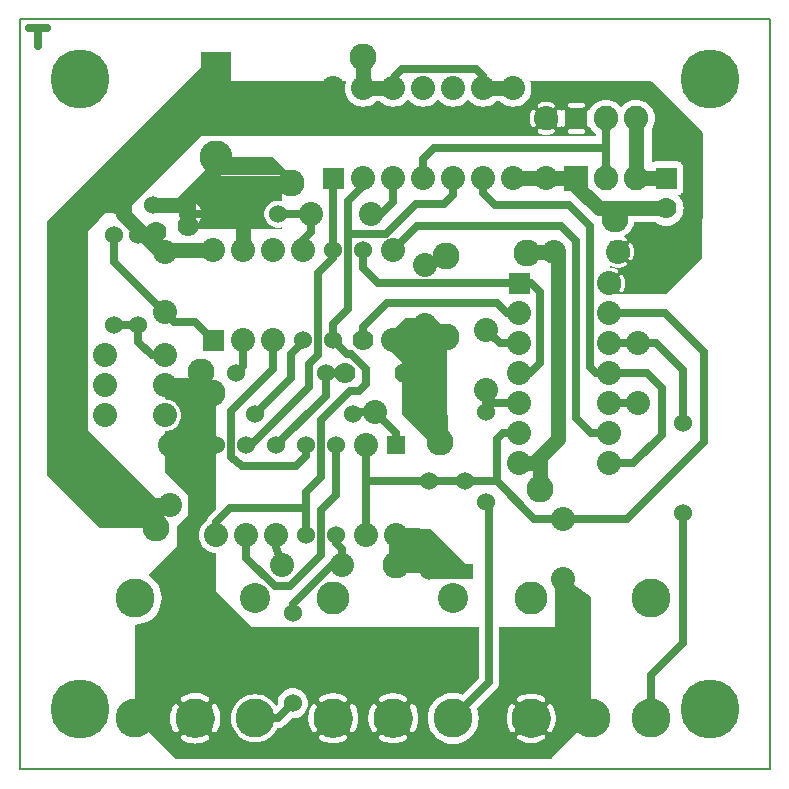
<source format=gbl>
G04 start of page 4 for group 5 idx 5 *
G04 Title: (unknown), bottom *
G04 Creator: pcb 4.0.2 *
G04 CreationDate: Mon Dec  4 09:33:05 2017 UTC *
G04 For: janik *
G04 Format: Gerber/RS-274X *
G04 PCB-Dimensions (mm): 63.50 63.50 *
G04 PCB-Coordinate-Origin: lower left *
%MOMM*%
%FSLAX43Y43*%
%LNGBL*%
%ADD70C,1.067*%
%ADD69C,0.965*%
%ADD68C,1.397*%
%ADD67C,0.508*%
%ADD66C,0.711*%
%ADD65C,0.889*%
%ADD64C,3.000*%
%ADD63C,2.286*%
%ADD62C,5.000*%
%ADD61C,2.540*%
%ADD60C,2.083*%
%ADD59C,2.794*%
%ADD58C,3.302*%
%ADD57C,1.778*%
%ADD56C,1.524*%
%ADD55C,2.032*%
%ADD54C,1.270*%
%ADD53C,0.635*%
%ADD52C,0.002*%
%ADD51C,0.152*%
G54D51*X0Y63500D02*Y0D01*
X63500D01*
Y63500D01*
X0D01*
G54D52*G36*
X31496Y20320D02*X34798D01*
X37719Y17399D01*
Y16637D01*
X31496D01*
Y20320D01*
G37*
G36*
X31623Y37211D02*X32639Y38227D01*
X35179D01*
X36195Y37211D01*
Y27559D01*
X34925D01*
X32385Y30099D01*
Y34417D01*
X30988Y35814D01*
Y36703D01*
X31496Y37211D01*
X31623D01*
G37*
G36*
X45034Y12065D02*X45339D01*
Y16764D01*
X48387Y14605D01*
Y4318D01*
X45034Y965D01*
Y3170D01*
X45034Y3170D01*
X45059Y3194D01*
X45078Y3222D01*
X45174Y3389D01*
X45251Y3565D01*
X45313Y3748D01*
X45357Y3935D01*
X45383Y4126D01*
X45392Y4318D01*
X45383Y4510D01*
X45357Y4701D01*
X45313Y4888D01*
X45251Y5071D01*
X45174Y5247D01*
X45080Y5415D01*
X45060Y5443D01*
X45036Y5467D01*
X45034Y5468D01*
Y12065D01*
G37*
G36*
X43308D02*X45034D01*
Y5468D01*
X45008Y5487D01*
X44977Y5502D01*
X44945Y5513D01*
X44911Y5518D01*
X44876Y5518D01*
X44843Y5512D01*
X44810Y5502D01*
X44780Y5486D01*
X44752Y5466D01*
X44728Y5441D01*
X44708Y5414D01*
X44692Y5383D01*
X44682Y5350D01*
X44677Y5317D01*
X44677Y5282D01*
X44682Y5248D01*
X44693Y5216D01*
X44709Y5186D01*
X44785Y5054D01*
X44847Y4914D01*
X44895Y4770D01*
X44930Y4621D01*
X44951Y4470D01*
X44958Y4318D01*
X44951Y4166D01*
X44930Y4015D01*
X44895Y3866D01*
X44847Y3722D01*
X44785Y3582D01*
X44711Y3449D01*
X44695Y3419D01*
X44684Y3387D01*
X44679Y3354D01*
X44679Y3320D01*
X44684Y3286D01*
X44694Y3254D01*
X44709Y3223D01*
X44729Y3196D01*
X44753Y3172D01*
X44781Y3152D01*
X44811Y3136D01*
X44843Y3125D01*
X44877Y3120D01*
X44911Y3120D01*
X44944Y3125D01*
X44977Y3135D01*
X45007Y3151D01*
X45034Y3170D01*
Y965D01*
X44958Y889D01*
X43308D01*
Y2233D01*
X43499Y2242D01*
X43690Y2268D01*
X43877Y2312D01*
X44060Y2374D01*
X44236Y2451D01*
X44404Y2545D01*
X44432Y2565D01*
X44456Y2589D01*
X44476Y2617D01*
X44491Y2648D01*
X44502Y2680D01*
X44507Y2714D01*
X44507Y2749D01*
X44501Y2782D01*
X44491Y2815D01*
X44475Y2845D01*
X44455Y2873D01*
X44430Y2897D01*
X44403Y2917D01*
X44372Y2933D01*
X44339Y2943D01*
X44306Y2948D01*
X44271Y2948D01*
X44237Y2943D01*
X44205Y2932D01*
X44175Y2916D01*
X44043Y2840D01*
X43903Y2778D01*
X43759Y2730D01*
X43610Y2695D01*
X43459Y2674D01*
X43308Y2667D01*
Y5969D01*
X43459Y5962D01*
X43610Y5941D01*
X43759Y5906D01*
X43903Y5858D01*
X44043Y5796D01*
X44176Y5722D01*
X44206Y5706D01*
X44238Y5695D01*
X44271Y5690D01*
X44305Y5690D01*
X44339Y5695D01*
X44371Y5705D01*
X44402Y5720D01*
X44429Y5740D01*
X44453Y5764D01*
X44473Y5792D01*
X44489Y5822D01*
X44500Y5854D01*
X44505Y5888D01*
X44505Y5922D01*
X44500Y5955D01*
X44490Y5988D01*
X44474Y6018D01*
X44455Y6045D01*
X44431Y6070D01*
X44403Y6089D01*
X44236Y6185D01*
X44060Y6262D01*
X43877Y6324D01*
X43690Y6368D01*
X43499Y6394D01*
X43308Y6403D01*
Y12065D01*
G37*
G36*
X41580D02*X43308D01*
Y6403D01*
X43307Y6403D01*
X43115Y6394D01*
X42924Y6368D01*
X42737Y6324D01*
X42554Y6262D01*
X42378Y6185D01*
X42210Y6091D01*
X42182Y6071D01*
X42158Y6047D01*
X42138Y6019D01*
X42123Y5988D01*
X42112Y5956D01*
X42107Y5922D01*
X42107Y5887D01*
X42113Y5854D01*
X42123Y5821D01*
X42139Y5791D01*
X42159Y5763D01*
X42184Y5739D01*
X42211Y5719D01*
X42242Y5703D01*
X42275Y5693D01*
X42308Y5688D01*
X42343Y5688D01*
X42377Y5693D01*
X42409Y5704D01*
X42439Y5720D01*
X42571Y5796D01*
X42711Y5858D01*
X42855Y5906D01*
X43004Y5941D01*
X43155Y5962D01*
X43307Y5969D01*
X43308Y5969D01*
Y2667D01*
X43307Y2667D01*
X43155Y2674D01*
X43004Y2695D01*
X42855Y2730D01*
X42711Y2778D01*
X42571Y2840D01*
X42438Y2914D01*
X42408Y2930D01*
X42376Y2941D01*
X42343Y2946D01*
X42309Y2946D01*
X42275Y2941D01*
X42243Y2931D01*
X42212Y2916D01*
X42185Y2896D01*
X42161Y2872D01*
X42141Y2844D01*
X42125Y2814D01*
X42114Y2782D01*
X42109Y2748D01*
X42109Y2714D01*
X42114Y2681D01*
X42124Y2648D01*
X42140Y2618D01*
X42159Y2591D01*
X42183Y2566D01*
X42211Y2547D01*
X42378Y2451D01*
X42554Y2374D01*
X42737Y2312D01*
X42924Y2268D01*
X43115Y2242D01*
X43307Y2233D01*
X43308Y2233D01*
Y889D01*
X41580D01*
Y3168D01*
X41606Y3149D01*
X41637Y3134D01*
X41669Y3123D01*
X41703Y3118D01*
X41738Y3118D01*
X41771Y3124D01*
X41804Y3134D01*
X41834Y3150D01*
X41862Y3170D01*
X41886Y3195D01*
X41906Y3222D01*
X41922Y3253D01*
X41932Y3286D01*
X41937Y3319D01*
X41937Y3354D01*
X41932Y3388D01*
X41921Y3420D01*
X41905Y3450D01*
X41829Y3582D01*
X41767Y3722D01*
X41719Y3866D01*
X41684Y4015D01*
X41663Y4166D01*
X41656Y4318D01*
X41663Y4470D01*
X41684Y4621D01*
X41719Y4770D01*
X41767Y4914D01*
X41829Y5054D01*
X41903Y5187D01*
X41919Y5217D01*
X41930Y5249D01*
X41935Y5282D01*
X41935Y5316D01*
X41930Y5350D01*
X41920Y5382D01*
X41905Y5413D01*
X41885Y5440D01*
X41861Y5464D01*
X41833Y5484D01*
X41803Y5500D01*
X41771Y5511D01*
X41737Y5516D01*
X41703Y5516D01*
X41670Y5511D01*
X41637Y5501D01*
X41607Y5485D01*
X41580Y5466D01*
Y12065D01*
G37*
G36*
X33368D02*X38926D01*
Y7708D01*
X37530Y6312D01*
X37372Y6378D01*
X37042Y6457D01*
X36703Y6484D01*
X36364Y6457D01*
X36034Y6378D01*
X35720Y6248D01*
X35430Y6070D01*
X35172Y5849D01*
X34951Y5591D01*
X34773Y5301D01*
X34643Y4987D01*
X34564Y4657D01*
X34537Y4318D01*
X34564Y3979D01*
X34643Y3649D01*
X34773Y3335D01*
X34951Y3045D01*
X35172Y2787D01*
X35430Y2566D01*
X35720Y2388D01*
X36034Y2258D01*
X36364Y2179D01*
X36703Y2152D01*
X37042Y2179D01*
X37372Y2258D01*
X37686Y2388D01*
X37976Y2566D01*
X38234Y2787D01*
X38455Y3045D01*
X38633Y3335D01*
X38763Y3649D01*
X38842Y3979D01*
X38862Y4318D01*
X38842Y4657D01*
X38763Y4987D01*
X38697Y5145D01*
X40312Y6759D01*
X40337Y6780D01*
X40421Y6879D01*
X40421Y6879D01*
X40489Y6990D01*
X40539Y7110D01*
X40569Y7236D01*
X40579Y7366D01*
X40576Y7398D01*
Y12065D01*
X41580D01*
Y5466D01*
X41580Y5466D01*
X41555Y5442D01*
X41536Y5414D01*
X41440Y5247D01*
X41363Y5071D01*
X41301Y4888D01*
X41257Y4701D01*
X41231Y4510D01*
X41222Y4318D01*
X41231Y4126D01*
X41257Y3935D01*
X41301Y3748D01*
X41363Y3565D01*
X41440Y3389D01*
X41534Y3221D01*
X41554Y3193D01*
X41578Y3169D01*
X41580Y3168D01*
Y889D01*
X33368D01*
Y3164D01*
X33383Y3175D01*
X33409Y3201D01*
X33429Y3230D01*
X33522Y3397D01*
X33597Y3572D01*
X33656Y3753D01*
X33699Y3939D01*
X33725Y4128D01*
X33733Y4318D01*
X33725Y4508D01*
X33699Y4697D01*
X33656Y4883D01*
X33597Y5064D01*
X33522Y5239D01*
X33431Y5407D01*
X33410Y5437D01*
X33384Y5462D01*
X33368Y5474D01*
Y12065D01*
G37*
G36*
X31624D02*X33368D01*
Y5474D01*
X33355Y5484D01*
X33323Y5501D01*
X33289Y5512D01*
X33253Y5518D01*
X33217Y5518D01*
X33181Y5513D01*
X33146Y5502D01*
X33114Y5486D01*
X33084Y5465D01*
X33059Y5439D01*
X33037Y5410D01*
X33020Y5378D01*
X33009Y5343D01*
X33003Y5308D01*
X33003Y5271D01*
X33008Y5236D01*
X33019Y5201D01*
X33036Y5169D01*
X33108Y5039D01*
X33167Y4902D01*
X33214Y4760D01*
X33247Y4615D01*
X33267Y4467D01*
X33274Y4318D01*
X33267Y4169D01*
X33247Y4021D01*
X33214Y3876D01*
X33167Y3734D01*
X33108Y3597D01*
X33037Y3466D01*
X33021Y3434D01*
X33010Y3400D01*
X33004Y3364D01*
X33005Y3328D01*
X33011Y3293D01*
X33022Y3259D01*
X33038Y3227D01*
X33060Y3198D01*
X33085Y3173D01*
X33115Y3152D01*
X33147Y3136D01*
X33181Y3125D01*
X33217Y3119D01*
X33253Y3120D01*
X33288Y3126D01*
X33322Y3137D01*
X33354Y3154D01*
X33368Y3164D01*
Y889D01*
X31624D01*
Y2208D01*
X31813Y2216D01*
X32002Y2242D01*
X32188Y2285D01*
X32369Y2344D01*
X32544Y2419D01*
X32712Y2510D01*
X32742Y2531D01*
X32767Y2557D01*
X32789Y2586D01*
X32806Y2618D01*
X32817Y2652D01*
X32823Y2688D01*
X32823Y2724D01*
X32818Y2760D01*
X32807Y2795D01*
X32791Y2827D01*
X32770Y2857D01*
X32744Y2882D01*
X32715Y2904D01*
X32683Y2921D01*
X32648Y2932D01*
X32613Y2938D01*
X32576Y2938D01*
X32541Y2933D01*
X32506Y2922D01*
X32474Y2905D01*
X32344Y2833D01*
X32207Y2774D01*
X32065Y2727D01*
X31920Y2694D01*
X31772Y2674D01*
X31624Y2667D01*
Y5969D01*
X31772Y5962D01*
X31920Y5942D01*
X32065Y5909D01*
X32207Y5862D01*
X32344Y5803D01*
X32475Y5732D01*
X32507Y5716D01*
X32541Y5705D01*
X32577Y5699D01*
X32613Y5700D01*
X32648Y5706D01*
X32682Y5717D01*
X32714Y5733D01*
X32743Y5755D01*
X32768Y5780D01*
X32789Y5810D01*
X32805Y5842D01*
X32816Y5876D01*
X32822Y5912D01*
X32821Y5948D01*
X32815Y5983D01*
X32804Y6017D01*
X32787Y6049D01*
X32766Y6078D01*
X32740Y6104D01*
X32711Y6124D01*
X32544Y6217D01*
X32369Y6292D01*
X32188Y6351D01*
X32002Y6394D01*
X31813Y6420D01*
X31624Y6428D01*
Y12065D01*
G37*
G36*
X29878D02*X31624D01*
Y6428D01*
X31623Y6428D01*
X31433Y6420D01*
X31244Y6394D01*
X31058Y6351D01*
X30877Y6292D01*
X30702Y6217D01*
X30534Y6126D01*
X30504Y6105D01*
X30479Y6079D01*
X30457Y6050D01*
X30440Y6018D01*
X30429Y5984D01*
X30423Y5948D01*
X30423Y5912D01*
X30428Y5876D01*
X30439Y5841D01*
X30455Y5809D01*
X30476Y5779D01*
X30502Y5754D01*
X30531Y5732D01*
X30563Y5715D01*
X30598Y5704D01*
X30633Y5698D01*
X30670Y5698D01*
X30705Y5703D01*
X30740Y5714D01*
X30772Y5731D01*
X30902Y5803D01*
X31039Y5862D01*
X31181Y5909D01*
X31326Y5942D01*
X31474Y5962D01*
X31623Y5969D01*
X31624Y5969D01*
Y2667D01*
X31623Y2667D01*
X31474Y2674D01*
X31326Y2694D01*
X31181Y2727D01*
X31039Y2774D01*
X30902Y2833D01*
X30771Y2904D01*
X30739Y2920D01*
X30705Y2931D01*
X30669Y2937D01*
X30633Y2936D01*
X30598Y2930D01*
X30564Y2919D01*
X30532Y2903D01*
X30503Y2881D01*
X30478Y2856D01*
X30457Y2826D01*
X30441Y2794D01*
X30430Y2760D01*
X30424Y2724D01*
X30425Y2688D01*
X30431Y2653D01*
X30442Y2619D01*
X30459Y2587D01*
X30480Y2558D01*
X30506Y2532D01*
X30535Y2512D01*
X30702Y2419D01*
X30877Y2344D01*
X31058Y2285D01*
X31244Y2242D01*
X31433Y2216D01*
X31623Y2208D01*
X31624Y2208D01*
Y889D01*
X29878D01*
Y3162D01*
X29891Y3152D01*
X29923Y3135D01*
X29957Y3124D01*
X29993Y3118D01*
X30029Y3118D01*
X30065Y3123D01*
X30100Y3134D01*
X30132Y3150D01*
X30162Y3171D01*
X30187Y3197D01*
X30209Y3226D01*
X30226Y3258D01*
X30237Y3293D01*
X30243Y3328D01*
X30243Y3365D01*
X30238Y3400D01*
X30227Y3435D01*
X30210Y3467D01*
X30138Y3597D01*
X30079Y3734D01*
X30032Y3876D01*
X29999Y4021D01*
X29979Y4169D01*
X29972Y4318D01*
X29979Y4467D01*
X29999Y4615D01*
X30032Y4760D01*
X30079Y4902D01*
X30138Y5039D01*
X30209Y5170D01*
X30225Y5202D01*
X30236Y5236D01*
X30242Y5272D01*
X30241Y5308D01*
X30235Y5343D01*
X30224Y5377D01*
X30208Y5409D01*
X30186Y5438D01*
X30161Y5463D01*
X30131Y5484D01*
X30099Y5500D01*
X30065Y5511D01*
X30029Y5517D01*
X29993Y5516D01*
X29958Y5510D01*
X29924Y5499D01*
X29892Y5482D01*
X29878Y5472D01*
Y12065D01*
G37*
G36*
X28288D02*X29878D01*
Y5472D01*
X29863Y5461D01*
X29837Y5435D01*
X29817Y5406D01*
X29724Y5239D01*
X29649Y5064D01*
X29590Y4883D01*
X29547Y4697D01*
X29521Y4508D01*
X29513Y4318D01*
X29521Y4128D01*
X29547Y3939D01*
X29590Y3753D01*
X29649Y3572D01*
X29724Y3397D01*
X29815Y3229D01*
X29836Y3199D01*
X29862Y3174D01*
X29878Y3162D01*
Y889D01*
X28288D01*
Y3164D01*
X28303Y3175D01*
X28329Y3201D01*
X28349Y3230D01*
X28442Y3397D01*
X28517Y3572D01*
X28576Y3753D01*
X28619Y3939D01*
X28645Y4128D01*
X28653Y4318D01*
X28645Y4508D01*
X28619Y4697D01*
X28576Y4883D01*
X28517Y5064D01*
X28442Y5239D01*
X28351Y5407D01*
X28330Y5437D01*
X28304Y5462D01*
X28288Y5474D01*
Y12065D01*
G37*
G36*
X26544D02*X28288D01*
Y5474D01*
X28275Y5484D01*
X28243Y5501D01*
X28209Y5512D01*
X28173Y5518D01*
X28137Y5518D01*
X28101Y5513D01*
X28066Y5502D01*
X28034Y5486D01*
X28004Y5465D01*
X27979Y5439D01*
X27957Y5410D01*
X27940Y5378D01*
X27929Y5343D01*
X27923Y5308D01*
X27923Y5271D01*
X27928Y5236D01*
X27939Y5201D01*
X27956Y5169D01*
X28028Y5039D01*
X28087Y4902D01*
X28134Y4760D01*
X28167Y4615D01*
X28187Y4467D01*
X28194Y4318D01*
X28187Y4169D01*
X28167Y4021D01*
X28134Y3876D01*
X28087Y3734D01*
X28028Y3597D01*
X27957Y3466D01*
X27941Y3434D01*
X27930Y3400D01*
X27924Y3364D01*
X27925Y3328D01*
X27931Y3293D01*
X27942Y3259D01*
X27958Y3227D01*
X27980Y3198D01*
X28005Y3173D01*
X28035Y3152D01*
X28067Y3136D01*
X28101Y3125D01*
X28137Y3119D01*
X28173Y3120D01*
X28208Y3126D01*
X28242Y3137D01*
X28274Y3154D01*
X28288Y3164D01*
Y889D01*
X26544D01*
Y2208D01*
X26733Y2216D01*
X26922Y2242D01*
X27108Y2285D01*
X27289Y2344D01*
X27464Y2419D01*
X27632Y2510D01*
X27662Y2531D01*
X27687Y2557D01*
X27709Y2586D01*
X27726Y2618D01*
X27737Y2652D01*
X27743Y2688D01*
X27743Y2724D01*
X27738Y2760D01*
X27727Y2795D01*
X27711Y2827D01*
X27690Y2857D01*
X27664Y2882D01*
X27635Y2904D01*
X27603Y2921D01*
X27568Y2932D01*
X27533Y2938D01*
X27496Y2938D01*
X27461Y2933D01*
X27426Y2922D01*
X27394Y2905D01*
X27264Y2833D01*
X27127Y2774D01*
X26985Y2727D01*
X26840Y2694D01*
X26692Y2674D01*
X26544Y2667D01*
Y5969D01*
X26692Y5962D01*
X26840Y5942D01*
X26985Y5909D01*
X27127Y5862D01*
X27264Y5803D01*
X27395Y5732D01*
X27427Y5716D01*
X27461Y5705D01*
X27497Y5699D01*
X27533Y5700D01*
X27568Y5706D01*
X27602Y5717D01*
X27634Y5733D01*
X27663Y5755D01*
X27688Y5780D01*
X27709Y5810D01*
X27725Y5842D01*
X27736Y5876D01*
X27742Y5912D01*
X27741Y5948D01*
X27735Y5983D01*
X27724Y6017D01*
X27707Y6049D01*
X27686Y6078D01*
X27660Y6104D01*
X27631Y6124D01*
X27464Y6217D01*
X27289Y6292D01*
X27108Y6351D01*
X26922Y6394D01*
X26733Y6420D01*
X26544Y6428D01*
Y12065D01*
G37*
G36*
X24798D02*X26544D01*
Y6428D01*
X26543Y6428D01*
X26353Y6420D01*
X26164Y6394D01*
X25978Y6351D01*
X25797Y6292D01*
X25622Y6217D01*
X25454Y6126D01*
X25424Y6105D01*
X25399Y6079D01*
X25377Y6050D01*
X25360Y6018D01*
X25349Y5984D01*
X25343Y5948D01*
X25343Y5912D01*
X25348Y5876D01*
X25359Y5841D01*
X25375Y5809D01*
X25396Y5779D01*
X25422Y5754D01*
X25451Y5732D01*
X25483Y5715D01*
X25518Y5704D01*
X25553Y5698D01*
X25590Y5698D01*
X25625Y5703D01*
X25660Y5714D01*
X25692Y5731D01*
X25822Y5803D01*
X25959Y5862D01*
X26101Y5909D01*
X26246Y5942D01*
X26394Y5962D01*
X26543Y5969D01*
X26544Y5969D01*
Y2667D01*
X26543Y2667D01*
X26394Y2674D01*
X26246Y2694D01*
X26101Y2727D01*
X25959Y2774D01*
X25822Y2833D01*
X25691Y2904D01*
X25659Y2920D01*
X25625Y2931D01*
X25589Y2937D01*
X25553Y2936D01*
X25518Y2930D01*
X25484Y2919D01*
X25452Y2903D01*
X25423Y2881D01*
X25398Y2856D01*
X25377Y2826D01*
X25361Y2794D01*
X25350Y2760D01*
X25344Y2724D01*
X25345Y2688D01*
X25351Y2653D01*
X25362Y2619D01*
X25379Y2587D01*
X25400Y2558D01*
X25426Y2532D01*
X25455Y2512D01*
X25622Y2419D01*
X25797Y2344D01*
X25978Y2285D01*
X26164Y2242D01*
X26353Y2216D01*
X26543Y2208D01*
X26544Y2208D01*
Y889D01*
X24798D01*
Y3162D01*
X24811Y3152D01*
X24843Y3135D01*
X24877Y3124D01*
X24913Y3118D01*
X24949Y3118D01*
X24985Y3123D01*
X25020Y3134D01*
X25052Y3150D01*
X25082Y3171D01*
X25107Y3197D01*
X25129Y3226D01*
X25146Y3258D01*
X25157Y3293D01*
X25163Y3328D01*
X25163Y3365D01*
X25158Y3400D01*
X25147Y3435D01*
X25130Y3467D01*
X25058Y3597D01*
X24999Y3734D01*
X24952Y3876D01*
X24919Y4021D01*
X24899Y4169D01*
X24892Y4318D01*
X24899Y4467D01*
X24919Y4615D01*
X24952Y4760D01*
X24999Y4902D01*
X25058Y5039D01*
X25129Y5170D01*
X25145Y5202D01*
X25156Y5236D01*
X25162Y5272D01*
X25161Y5308D01*
X25155Y5343D01*
X25144Y5377D01*
X25128Y5409D01*
X25106Y5438D01*
X25081Y5463D01*
X25051Y5484D01*
X25019Y5500D01*
X24985Y5511D01*
X24949Y5517D01*
X24913Y5516D01*
X24878Y5510D01*
X24844Y5499D01*
X24812Y5482D01*
X24798Y5472D01*
Y12065D01*
G37*
G36*
X21142D02*X23069D01*
X23114Y12061D01*
X23159Y12065D01*
X24798D01*
Y5472D01*
X24783Y5461D01*
X24757Y5435D01*
X24737Y5406D01*
X24644Y5239D01*
X24569Y5064D01*
X24510Y4883D01*
X24467Y4697D01*
X24441Y4508D01*
X24433Y4318D01*
X24441Y4128D01*
X24467Y3939D01*
X24510Y3753D01*
X24569Y3572D01*
X24644Y3397D01*
X24735Y3229D01*
X24756Y3199D01*
X24782Y3174D01*
X24798Y3162D01*
Y889D01*
X21142D01*
Y2674D01*
X21380Y2877D01*
X21588Y3120D01*
X21755Y3393D01*
X21797Y3494D01*
X21844Y3490D01*
X21974Y3500D01*
X22100Y3530D01*
X22220Y3580D01*
X22331Y3648D01*
X22428Y3734D01*
X23015Y4322D01*
X23114Y4314D01*
X23313Y4330D01*
X23508Y4376D01*
X23692Y4453D01*
X23863Y4557D01*
X24015Y4687D01*
X24145Y4839D01*
X24249Y5010D01*
X24326Y5194D01*
X24372Y5389D01*
X24384Y5588D01*
X24372Y5787D01*
X24326Y5982D01*
X24249Y6166D01*
X24145Y6337D01*
X24015Y6489D01*
X23863Y6619D01*
X23692Y6723D01*
X23508Y6800D01*
X23313Y6846D01*
X23114Y6862D01*
X22915Y6846D01*
X22720Y6800D01*
X22536Y6723D01*
X22365Y6619D01*
X22213Y6489D01*
X22083Y6337D01*
X21979Y6166D01*
X21902Y5982D01*
X21856Y5787D01*
X21840Y5588D01*
X21848Y5489D01*
X21697Y5338D01*
X21588Y5516D01*
X21380Y5759D01*
X21142Y5962D01*
Y12065D01*
G37*
G36*
X16621Y18335D02*X16637Y18334D01*
Y15113D01*
X19685Y12065D01*
X21142D01*
Y5962D01*
X21137Y5967D01*
X20864Y6134D01*
X20569Y6257D01*
X20258Y6331D01*
X19939Y6356D01*
X19620Y6331D01*
X19309Y6257D01*
X19014Y6134D01*
X18741Y5967D01*
X18498Y5759D01*
X18290Y5516D01*
X18123Y5243D01*
X18000Y4948D01*
X17926Y4637D01*
X17901Y4318D01*
X17926Y3999D01*
X18000Y3688D01*
X18123Y3393D01*
X18290Y3120D01*
X18498Y2877D01*
X18741Y2669D01*
X19014Y2502D01*
X19309Y2379D01*
X19620Y2305D01*
X19939Y2280D01*
X20258Y2305D01*
X20569Y2379D01*
X20864Y2502D01*
X21137Y2669D01*
X21142Y2674D01*
Y889D01*
X16621D01*
Y3157D01*
X16622Y3157D01*
X16652Y3180D01*
X16678Y3207D01*
X16699Y3239D01*
X16789Y3405D01*
X16863Y3579D01*
X16920Y3758D01*
X16961Y3942D01*
X16986Y4129D01*
X16995Y4318D01*
X16986Y4507D01*
X16961Y4694D01*
X16920Y4878D01*
X16863Y5057D01*
X16789Y5231D01*
X16701Y5398D01*
X16680Y5430D01*
X16653Y5457D01*
X16623Y5480D01*
X16621Y5481D01*
Y18335D01*
G37*
G36*
Y31893D02*X16637Y31877D01*
Y22087D01*
X16621Y22071D01*
Y31893D01*
G37*
G36*
X14860Y32512D02*X16002D01*
X16621Y31893D01*
Y22071D01*
X16071Y21521D01*
X15988Y21427D01*
X15922Y21319D01*
X15874Y21203D01*
X15844Y21081D01*
X15842Y21053D01*
X15768Y21008D01*
X15592Y20857D01*
X15441Y20681D01*
X15320Y20483D01*
X15232Y20269D01*
X15177Y20043D01*
X15159Y19812D01*
X15177Y19581D01*
X15232Y19355D01*
X15320Y19141D01*
X15441Y18943D01*
X15592Y18767D01*
X15768Y18616D01*
X15966Y18495D01*
X16180Y18407D01*
X16406Y18352D01*
X16621Y18335D01*
Y5481D01*
X16589Y5498D01*
X16553Y5511D01*
X16515Y5518D01*
X16477Y5518D01*
X16439Y5513D01*
X16402Y5502D01*
X16368Y5485D01*
X16337Y5464D01*
X16309Y5437D01*
X16286Y5407D01*
X16268Y5373D01*
X16256Y5337D01*
X16249Y5299D01*
X16248Y5261D01*
X16253Y5223D01*
X16264Y5186D01*
X16282Y5152D01*
X16351Y5024D01*
X16408Y4890D01*
X16452Y4751D01*
X16484Y4608D01*
X16504Y4464D01*
X16510Y4318D01*
X16504Y4172D01*
X16484Y4028D01*
X16452Y3885D01*
X16408Y3746D01*
X16351Y3612D01*
X16283Y3483D01*
X16266Y3449D01*
X16255Y3413D01*
X16250Y3375D01*
X16250Y3337D01*
X16257Y3300D01*
X16270Y3264D01*
X16287Y3230D01*
X16310Y3200D01*
X16338Y3174D01*
X16369Y3152D01*
X16403Y3135D01*
X16439Y3124D01*
X16477Y3119D01*
X16515Y3120D01*
X16552Y3127D01*
X16588Y3139D01*
X16621Y3157D01*
Y889D01*
X14860D01*
Y2182D01*
X15048Y2191D01*
X15235Y2216D01*
X15419Y2257D01*
X15598Y2314D01*
X15772Y2388D01*
X15939Y2476D01*
X15971Y2497D01*
X15998Y2524D01*
X16021Y2554D01*
X16039Y2588D01*
X16052Y2624D01*
X16059Y2662D01*
X16059Y2700D01*
X16054Y2738D01*
X16043Y2775D01*
X16026Y2809D01*
X16005Y2840D01*
X15978Y2868D01*
X15948Y2891D01*
X15914Y2909D01*
X15878Y2921D01*
X15840Y2928D01*
X15802Y2929D01*
X15764Y2924D01*
X15727Y2913D01*
X15693Y2895D01*
X15565Y2826D01*
X15431Y2769D01*
X15292Y2725D01*
X15149Y2693D01*
X15005Y2673D01*
X14860Y2667D01*
Y5969D01*
X15005Y5963D01*
X15149Y5943D01*
X15292Y5911D01*
X15431Y5867D01*
X15565Y5810D01*
X15694Y5742D01*
X15728Y5725D01*
X15764Y5714D01*
X15802Y5709D01*
X15840Y5709D01*
X15877Y5716D01*
X15913Y5729D01*
X15947Y5746D01*
X15977Y5769D01*
X16003Y5797D01*
X16025Y5828D01*
X16042Y5862D01*
X16053Y5898D01*
X16058Y5936D01*
X16057Y5974D01*
X16050Y6011D01*
X16038Y6047D01*
X16020Y6081D01*
X15997Y6111D01*
X15970Y6137D01*
X15938Y6158D01*
X15772Y6248D01*
X15598Y6322D01*
X15419Y6379D01*
X15235Y6420D01*
X15048Y6445D01*
X14860Y6454D01*
Y32512D01*
G37*
G36*
X13097Y18685D02*X14224Y19812D01*
Y23241D01*
X13097Y24368D01*
Y28870D01*
X13113Y28880D01*
X13274Y29017D01*
X13411Y29178D01*
X13522Y29359D01*
X13603Y29555D01*
X13653Y29761D01*
X13665Y29972D01*
X13653Y30183D01*
X13603Y30389D01*
X13522Y30585D01*
X13411Y30766D01*
X13274Y30927D01*
X13113Y31064D01*
X13097Y31074D01*
Y32512D01*
X14860D01*
Y6454D01*
X14859Y6454D01*
X14670Y6445D01*
X14483Y6420D01*
X14299Y6379D01*
X14120Y6322D01*
X13946Y6248D01*
X13779Y6160D01*
X13747Y6139D01*
X13720Y6112D01*
X13697Y6082D01*
X13679Y6048D01*
X13666Y6012D01*
X13659Y5974D01*
X13659Y5936D01*
X13664Y5898D01*
X13675Y5861D01*
X13692Y5827D01*
X13713Y5796D01*
X13740Y5768D01*
X13770Y5745D01*
X13804Y5727D01*
X13840Y5715D01*
X13878Y5708D01*
X13916Y5707D01*
X13954Y5712D01*
X13991Y5723D01*
X14025Y5741D01*
X14153Y5810D01*
X14287Y5867D01*
X14426Y5911D01*
X14569Y5943D01*
X14713Y5963D01*
X14859Y5969D01*
X14860Y5969D01*
Y2667D01*
X14859Y2667D01*
X14713Y2673D01*
X14569Y2693D01*
X14426Y2725D01*
X14287Y2769D01*
X14153Y2826D01*
X14024Y2894D01*
X13990Y2911D01*
X13954Y2922D01*
X13916Y2927D01*
X13878Y2927D01*
X13841Y2920D01*
X13805Y2907D01*
X13771Y2890D01*
X13741Y2867D01*
X13715Y2839D01*
X13693Y2808D01*
X13676Y2774D01*
X13665Y2738D01*
X13660Y2700D01*
X13661Y2662D01*
X13668Y2625D01*
X13680Y2589D01*
X13698Y2555D01*
X13721Y2525D01*
X13748Y2499D01*
X13780Y2478D01*
X13946Y2388D01*
X14120Y2314D01*
X14299Y2257D01*
X14483Y2216D01*
X14670Y2191D01*
X14859Y2182D01*
X14860Y2182D01*
Y889D01*
X13208D01*
X13097Y1000D01*
Y3155D01*
X13129Y3138D01*
X13165Y3125D01*
X13203Y3118D01*
X13241Y3118D01*
X13279Y3123D01*
X13316Y3134D01*
X13350Y3151D01*
X13381Y3172D01*
X13409Y3199D01*
X13432Y3229D01*
X13450Y3263D01*
X13462Y3299D01*
X13469Y3337D01*
X13470Y3375D01*
X13465Y3413D01*
X13454Y3450D01*
X13436Y3484D01*
X13367Y3612D01*
X13310Y3746D01*
X13266Y3885D01*
X13234Y4028D01*
X13214Y4172D01*
X13208Y4318D01*
X13214Y4464D01*
X13234Y4608D01*
X13266Y4751D01*
X13310Y4890D01*
X13367Y5024D01*
X13435Y5153D01*
X13452Y5187D01*
X13463Y5223D01*
X13468Y5261D01*
X13468Y5299D01*
X13461Y5336D01*
X13448Y5372D01*
X13431Y5406D01*
X13408Y5436D01*
X13380Y5462D01*
X13349Y5484D01*
X13315Y5501D01*
X13279Y5512D01*
X13241Y5517D01*
X13203Y5516D01*
X13166Y5509D01*
X13130Y5497D01*
X13097Y5479D01*
Y18685D01*
G37*
G36*
Y31074D02*X12932Y31175D01*
X12736Y31256D01*
X12530Y31306D01*
X12319Y31322D01*
Y32512D01*
X13097D01*
Y31074D01*
G37*
G36*
Y24368D02*X12319Y25146D01*
Y28622D01*
X12530Y28638D01*
X12736Y28688D01*
X12932Y28769D01*
X13097Y28870D01*
Y24368D01*
G37*
G36*
X9779Y4318D02*Y12236D01*
X10130Y12264D01*
X10472Y12346D01*
X10797Y12480D01*
X11097Y12664D01*
X11364Y12893D01*
X11593Y13160D01*
X11777Y13460D01*
X11911Y13785D01*
X11993Y14127D01*
X12014Y14478D01*
X11993Y14829D01*
X11911Y15171D01*
X11777Y15496D01*
X11593Y15796D01*
X11364Y16063D01*
X11097Y16292D01*
X10853Y16441D01*
X13097Y18685D01*
Y5479D01*
X13096Y5479D01*
X13066Y5456D01*
X13040Y5429D01*
X13019Y5397D01*
X12929Y5231D01*
X12855Y5057D01*
X12798Y4878D01*
X12757Y4694D01*
X12732Y4507D01*
X12723Y4318D01*
X12732Y4129D01*
X12757Y3942D01*
X12798Y3758D01*
X12855Y3579D01*
X12929Y3405D01*
X13017Y3238D01*
X13038Y3206D01*
X13065Y3179D01*
X13095Y3156D01*
X13097Y3155D01*
Y1000D01*
X9779Y4318D01*
G37*
G36*
X12319Y32512D02*Y33147D01*
X15875D01*
Y32512D01*
X12319D01*
G37*
G36*
X14224Y21717D02*Y19812D01*
X13335Y18923D01*
Y20574D01*
X14224Y21463D01*
Y21717D01*
G37*
G36*
X14605Y49276D02*X22225D01*
Y48069D01*
X22198Y48080D01*
X22023Y48122D01*
X21844Y48137D01*
X21665Y48122D01*
X21490Y48080D01*
X21323Y48012D01*
X21170Y47918D01*
X21033Y47801D01*
X20916Y47664D01*
X20822Y47511D01*
X20754Y47344D01*
X20712Y47169D01*
X20697Y46990D01*
X20712Y46811D01*
X20754Y46636D01*
X20822Y46469D01*
X20916Y46316D01*
X21033Y46179D01*
X21170Y46062D01*
X21323Y45968D01*
X21490Y45900D01*
X21665Y45858D01*
X21844Y45843D01*
X22023Y45858D01*
X22198Y45900D01*
X22225Y45911D01*
Y45720D01*
X14605D01*
Y45911D01*
X14745Y45968D01*
X14898Y46062D01*
X15035Y46179D01*
X15152Y46316D01*
X15246Y46469D01*
X15314Y46636D01*
X15356Y46811D01*
X15367Y46990D01*
X15356Y47169D01*
X15314Y47344D01*
X15246Y47511D01*
X15152Y47664D01*
X15035Y47801D01*
X14898Y47918D01*
X14745Y48012D01*
X14605Y48069D01*
Y49276D01*
G37*
G36*
X16637Y51816D02*X21463D01*
X22987Y50292D01*
X16637D01*
Y51816D01*
G37*
G36*
X15367Y59436D02*Y53594D01*
X9398Y47625D01*
X9384D01*
X9287Y47711D01*
X9168Y47785D01*
X9039Y47838D01*
X8902Y47871D01*
X8763Y47882D01*
X8624Y47871D01*
X8487Y47838D01*
X8358Y47785D01*
X8239Y47711D01*
X8138Y47625D01*
X7493D01*
X5334Y45466D01*
Y28956D01*
X11408Y22882D01*
X11367Y22785D01*
X11316Y22571D01*
X11299Y22352D01*
X11316Y22133D01*
X11367Y21919D01*
X11451Y21716D01*
X11557Y21544D01*
Y20447D01*
X6731D01*
X2286Y24892D01*
Y46355D01*
X15367Y59436D01*
G37*
G36*
X16764Y56769D02*X14986D01*
Y58420D01*
X16764D01*
Y56769D01*
G37*
G36*
X53518Y51380D02*Y54259D01*
X53604Y54401D01*
X53699Y54630D01*
X53757Y54871D01*
X53772Y55118D01*
X53757Y55365D01*
X53699Y55606D01*
X53604Y55835D01*
X53475Y56046D01*
X53314Y56235D01*
X53125Y56396D01*
X52914Y56525D01*
X52685Y56620D01*
X52444Y56678D01*
X52197Y56698D01*
X51950Y56678D01*
X51779Y56637D01*
Y58293D01*
X53086D01*
X57785Y53594D01*
Y43307D01*
X54737Y40259D01*
X51779D01*
Y43094D01*
X51799Y43105D01*
X51819Y43122D01*
X51837Y43141D01*
X51851Y43163D01*
X51907Y43273D01*
X51951Y43389D01*
X51985Y43508D01*
X52008Y43630D01*
X52019Y43753D01*
Y43877D01*
X52008Y44000D01*
X51985Y44122D01*
X51951Y44241D01*
X51907Y44357D01*
X51852Y44468D01*
X51838Y44490D01*
X51820Y44509D01*
X51799Y44525D01*
X51779Y44537D01*
Y45718D01*
X51872Y45869D01*
X51970Y46105D01*
X52030Y46354D01*
X52030Y46355D01*
X53807D01*
X53868Y46302D01*
X54066Y46181D01*
X54280Y46093D01*
X54506Y46038D01*
X54737Y46020D01*
X54968Y46038D01*
X55194Y46093D01*
X55408Y46181D01*
X55606Y46302D01*
X55782Y46453D01*
X55933Y46629D01*
X56054Y46827D01*
X56142Y47041D01*
X56197Y47267D01*
X56210Y47498D01*
X56197Y47729D01*
X56142Y47955D01*
X56054Y48169D01*
X55933Y48367D01*
X55782Y48543D01*
X55719Y48597D01*
X55799Y48616D01*
X55880Y48650D01*
X55955Y48696D01*
X56022Y48753D01*
X56079Y48820D01*
X56125Y48895D01*
X56159Y48976D01*
X56180Y49061D01*
X56185Y49149D01*
X56180Y51015D01*
X56159Y51100D01*
X56125Y51181D01*
X56079Y51256D01*
X56022Y51323D01*
X55955Y51380D01*
X55880Y51426D01*
X55799Y51460D01*
X55714Y51481D01*
X55626Y51486D01*
X53760Y51481D01*
X53675Y51460D01*
X53594Y51426D01*
X53519Y51380D01*
X53518Y51380D01*
G37*
G36*
X51779Y40259D02*X51017D01*
Y40427D01*
X51037Y40438D01*
X51057Y40455D01*
X51075Y40474D01*
X51089Y40496D01*
X51145Y40606D01*
X51189Y40722D01*
X51223Y40841D01*
X51246Y40963D01*
X51257Y41086D01*
Y41210D01*
X51246Y41333D01*
X51223Y41455D01*
X51189Y41574D01*
X51145Y41690D01*
X51090Y41801D01*
X51076Y41823D01*
X51058Y41842D01*
X51037Y41858D01*
X51017Y41870D01*
Y42513D01*
X51099Y42537D01*
X51215Y42581D01*
X51326Y42636D01*
X51348Y42650D01*
X51367Y42668D01*
X51383Y42689D01*
X51396Y42711D01*
X51405Y42736D01*
X51411Y42761D01*
X51412Y42788D01*
X51409Y42814D01*
X51402Y42839D01*
X51391Y42863D01*
X51377Y42884D01*
X51359Y42904D01*
X51339Y42920D01*
X51316Y42933D01*
X51291Y42942D01*
X51266Y42947D01*
X51240Y42948D01*
X51214Y42945D01*
X51188Y42938D01*
X51165Y42927D01*
X51082Y42885D01*
X51017Y42860D01*
Y44770D01*
X51082Y44745D01*
X51165Y44704D01*
X51189Y44693D01*
X51214Y44686D01*
X51240Y44683D01*
X51266Y44684D01*
X51291Y44689D01*
X51315Y44698D01*
X51338Y44711D01*
X51358Y44727D01*
X51376Y44746D01*
X51390Y44768D01*
X51401Y44792D01*
X51408Y44817D01*
X51411Y44842D01*
X51410Y44868D01*
X51404Y44894D01*
X51395Y44918D01*
X51383Y44941D01*
X51366Y44961D01*
X51347Y44979D01*
X51325Y44993D01*
X51215Y45049D01*
X51099Y45093D01*
X51045Y45109D01*
X51159Y45156D01*
X51377Y45290D01*
X51572Y45456D01*
X51738Y45651D01*
X51779Y45718D01*
Y44537D01*
X51777Y44538D01*
X51752Y44547D01*
X51727Y44553D01*
X51700Y44554D01*
X51674Y44551D01*
X51649Y44544D01*
X51625Y44533D01*
X51604Y44519D01*
X51584Y44501D01*
X51568Y44481D01*
X51555Y44458D01*
X51546Y44433D01*
X51541Y44408D01*
X51540Y44382D01*
X51543Y44356D01*
X51550Y44330D01*
X51561Y44307D01*
X51603Y44224D01*
X51637Y44136D01*
X51662Y44047D01*
X51679Y43955D01*
X51688Y43862D01*
Y43768D01*
X51679Y43675D01*
X51662Y43583D01*
X51637Y43494D01*
X51603Y43406D01*
X51562Y43323D01*
X51551Y43299D01*
X51544Y43274D01*
X51541Y43248D01*
X51542Y43222D01*
X51547Y43197D01*
X51556Y43173D01*
X51569Y43150D01*
X51585Y43130D01*
X51604Y43112D01*
X51626Y43098D01*
X51650Y43087D01*
X51675Y43080D01*
X51700Y43077D01*
X51726Y43078D01*
X51752Y43084D01*
X51776Y43093D01*
X51779Y43094D01*
Y40259D01*
G37*
G36*
X51017Y42860D02*X50994Y42851D01*
X50905Y42826D01*
X50813Y42809D01*
X50720Y42800D01*
X50626D01*
X50533Y42809D01*
X50441Y42826D01*
X50352Y42851D01*
X50264Y42885D01*
X50181Y42926D01*
X50157Y42937D01*
X50132Y42944D01*
X50106Y42947D01*
X50080Y42946D01*
X50055Y42941D01*
X50031Y42932D01*
X50013Y42922D01*
X49996Y44720D01*
X50007Y44710D01*
X50030Y44697D01*
X50055Y44688D01*
X50080Y44683D01*
X50106Y44682D01*
X50132Y44685D01*
X50158Y44692D01*
X50181Y44703D01*
X50264Y44745D01*
X50352Y44779D01*
X50441Y44804D01*
X50533Y44821D01*
X50626Y44830D01*
X50720D01*
X50813Y44821D01*
X50905Y44804D01*
X50994Y44779D01*
X51017Y44770D01*
Y42860D01*
G37*
G36*
Y40259D02*X50566D01*
X50554Y40266D01*
X50529Y40275D01*
X50504Y40280D01*
X50478Y40281D01*
X50452Y40278D01*
X50426Y40271D01*
X50403Y40260D01*
X50400Y40259D01*
X50038D01*
X50020Y42157D01*
X50051Y42154D01*
X50143Y42137D01*
X50232Y42112D01*
X50320Y42078D01*
X50403Y42037D01*
X50427Y42026D01*
X50452Y42019D01*
X50478Y42016D01*
X50504Y42017D01*
X50529Y42022D01*
X50553Y42031D01*
X50576Y42044D01*
X50596Y42060D01*
X50614Y42079D01*
X50628Y42101D01*
X50639Y42125D01*
X50646Y42150D01*
X50649Y42175D01*
X50648Y42201D01*
X50642Y42227D01*
X50633Y42251D01*
X50621Y42274D01*
X50604Y42294D01*
X50585Y42312D01*
X50563Y42326D01*
X50453Y42382D01*
X50337Y42426D01*
X50218Y42460D01*
X50096Y42483D01*
X50017Y42490D01*
X50015Y42641D01*
X50021Y42637D01*
X50131Y42581D01*
X50247Y42537D01*
X50366Y42503D01*
X50488Y42480D01*
X50611Y42469D01*
X50735D01*
X50858Y42480D01*
X50980Y42503D01*
X51017Y42513D01*
Y41870D01*
X51015Y41871D01*
X50990Y41880D01*
X50965Y41886D01*
X50938Y41887D01*
X50912Y41884D01*
X50887Y41877D01*
X50863Y41866D01*
X50842Y41852D01*
X50822Y41834D01*
X50806Y41814D01*
X50793Y41791D01*
X50784Y41766D01*
X50779Y41741D01*
X50778Y41715D01*
X50781Y41689D01*
X50788Y41663D01*
X50799Y41640D01*
X50841Y41557D01*
X50875Y41469D01*
X50900Y41380D01*
X50917Y41288D01*
X50926Y41195D01*
Y41101D01*
X50917Y41008D01*
X50900Y40916D01*
X50875Y40827D01*
X50841Y40739D01*
X50800Y40656D01*
X50789Y40632D01*
X50782Y40607D01*
X50779Y40581D01*
X50780Y40555D01*
X50785Y40530D01*
X50794Y40506D01*
X50807Y40483D01*
X50823Y40463D01*
X50842Y40445D01*
X50864Y40431D01*
X50888Y40420D01*
X50913Y40413D01*
X50938Y40410D01*
X50964Y40411D01*
X50990Y40417D01*
X51014Y40426D01*
X51017Y40427D01*
Y40259D01*
G37*
G36*
X51779Y56637D02*X51709Y56620D01*
X51480Y56525D01*
X51269Y56396D01*
X51080Y56235D01*
X50927Y56056D01*
X50774Y56235D01*
X50585Y56396D01*
X50374Y56525D01*
X50145Y56620D01*
X49904Y56678D01*
X49657Y56698D01*
X49410Y56678D01*
X49169Y56620D01*
X48940Y56525D01*
X48729Y56396D01*
X48540Y56235D01*
X48379Y56046D01*
X48252Y55840D01*
X48252Y55840D01*
X48222Y55842D01*
X48192Y55840D01*
X48163Y55833D01*
X48135Y55822D01*
X48110Y55806D01*
X48087Y55787D01*
X48067Y55764D01*
X48052Y55738D01*
X48040Y55710D01*
X48033Y55681D01*
X48031Y55651D01*
Y54585D01*
X48033Y54555D01*
X48040Y54526D01*
X48052Y54498D01*
X48067Y54472D01*
X48087Y54449D01*
X48110Y54430D01*
X48135Y54414D01*
X48163Y54403D01*
X48192Y54396D01*
X48222Y54394D01*
X48252Y54396D01*
X48252Y54396D01*
X48379Y54190D01*
X48540Y54001D01*
X48729Y53840D01*
X48832Y53777D01*
Y53594D01*
X47117D01*
Y53823D01*
X47650D01*
X47680Y53824D01*
X47709Y53831D01*
X47737Y53843D01*
X47763Y53859D01*
X47786Y53878D01*
X47805Y53901D01*
X47821Y53926D01*
X47832Y53954D01*
X47839Y53983D01*
X47841Y54013D01*
X47839Y54043D01*
X47832Y54072D01*
X47821Y54100D01*
X47805Y54125D01*
X47786Y54148D01*
X47763Y54168D01*
X47737Y54183D01*
X47709Y54195D01*
X47680Y54202D01*
X47650Y54204D01*
X47117D01*
Y56032D01*
X47650D01*
X47680Y56034D01*
X47709Y56041D01*
X47737Y56053D01*
X47763Y56068D01*
X47786Y56088D01*
X47805Y56111D01*
X47821Y56136D01*
X47832Y56164D01*
X47839Y56193D01*
X47841Y56223D01*
X47839Y56253D01*
X47832Y56282D01*
X47821Y56310D01*
X47805Y56335D01*
X47786Y56358D01*
X47763Y56377D01*
X47737Y56393D01*
X47709Y56405D01*
X47680Y56412D01*
X47650Y56413D01*
X47117D01*
Y58293D01*
X51779D01*
Y56637D01*
G37*
G36*
X47117Y53594D02*X45832D01*
Y54505D01*
X45835Y54513D01*
X45842Y54498D01*
X45858Y54472D01*
X45877Y54449D01*
X45900Y54430D01*
X45925Y54414D01*
X45953Y54403D01*
X45982Y54396D01*
X46012Y54394D01*
X46042Y54396D01*
X46071Y54403D01*
X46099Y54414D01*
X46124Y54430D01*
X46147Y54449D01*
X46167Y54472D01*
X46182Y54498D01*
X46194Y54526D01*
X46201Y54555D01*
X46203Y54585D01*
Y55651D01*
X46201Y55681D01*
X46194Y55710D01*
X46182Y55738D01*
X46167Y55764D01*
X46147Y55787D01*
X46124Y55806D01*
X46099Y55822D01*
X46071Y55833D01*
X46042Y55840D01*
X46012Y55842D01*
X45982Y55840D01*
X45953Y55833D01*
X45925Y55822D01*
X45900Y55806D01*
X45877Y55787D01*
X45858Y55764D01*
X45842Y55738D01*
X45836Y55724D01*
X45832Y55734D01*
Y58293D01*
X47117D01*
Y56413D01*
X46584D01*
X46554Y56412D01*
X46525Y56405D01*
X46497Y56393D01*
X46471Y56377D01*
X46448Y56358D01*
X46429Y56335D01*
X46413Y56310D01*
X46402Y56282D01*
X46395Y56253D01*
X46393Y56223D01*
X46395Y56193D01*
X46402Y56164D01*
X46413Y56136D01*
X46429Y56111D01*
X46448Y56088D01*
X46471Y56068D01*
X46497Y56053D01*
X46525Y56041D01*
X46554Y56034D01*
X46584Y56032D01*
X47117D01*
Y54204D01*
X46584D01*
X46554Y54202D01*
X46525Y54195D01*
X46497Y54183D01*
X46471Y54168D01*
X46448Y54148D01*
X46429Y54125D01*
X46413Y54100D01*
X46402Y54072D01*
X46395Y54043D01*
X46393Y54013D01*
X46395Y53983D01*
X46402Y53954D01*
X46413Y53926D01*
X46429Y53901D01*
X46448Y53878D01*
X46471Y53859D01*
X46497Y53843D01*
X46525Y53831D01*
X46554Y53824D01*
X46584Y53823D01*
X47117D01*
Y53594D01*
G37*
G36*
X45832D02*X44578D01*
Y53719D01*
X44708Y53726D01*
X44838Y53744D01*
X44966Y53775D01*
X45090Y53817D01*
X45210Y53871D01*
X45236Y53886D01*
X45259Y53906D01*
X45278Y53929D01*
X45294Y53955D01*
X45306Y53982D01*
X45313Y54012D01*
X45315Y54042D01*
X45313Y54072D01*
X45306Y54101D01*
X45294Y54129D01*
X45279Y54155D01*
X45259Y54178D01*
X45236Y54197D01*
X45211Y54213D01*
X45183Y54225D01*
X45153Y54232D01*
X45123Y54234D01*
X45093Y54232D01*
X45064Y54225D01*
X45036Y54213D01*
X44950Y54173D01*
X44860Y54142D01*
X44767Y54120D01*
X44672Y54106D01*
X44578Y54102D01*
Y56134D01*
X44672Y56130D01*
X44767Y56116D01*
X44860Y56094D01*
X44950Y56063D01*
X45037Y56024D01*
X45064Y56012D01*
X45093Y56005D01*
X45123Y56003D01*
X45153Y56005D01*
X45182Y56012D01*
X45210Y56024D01*
X45236Y56039D01*
X45258Y56059D01*
X45278Y56082D01*
X45293Y56107D01*
X45305Y56135D01*
X45312Y56164D01*
X45314Y56194D01*
X45312Y56224D01*
X45305Y56253D01*
X45293Y56281D01*
X45277Y56306D01*
X45258Y56329D01*
X45235Y56349D01*
X45209Y56364D01*
X45090Y56419D01*
X44966Y56461D01*
X44838Y56492D01*
X44708Y56510D01*
X44578Y56517D01*
Y58293D01*
X45832D01*
Y55734D01*
X45824Y55751D01*
X45809Y55777D01*
X45789Y55800D01*
X45766Y55819D01*
X45740Y55835D01*
X45713Y55847D01*
X45683Y55854D01*
X45653Y55856D01*
X45623Y55854D01*
X45594Y55847D01*
X45566Y55835D01*
X45540Y55820D01*
X45517Y55800D01*
X45498Y55777D01*
X45482Y55752D01*
X45470Y55724D01*
X45463Y55694D01*
X45461Y55664D01*
X45463Y55634D01*
X45470Y55605D01*
X45482Y55577D01*
X45522Y55491D01*
X45553Y55401D01*
X45575Y55308D01*
X45589Y55213D01*
X45593Y55118D01*
X45589Y55023D01*
X45575Y54928D01*
X45553Y54836D01*
X45522Y54745D01*
X45483Y54658D01*
X45471Y54631D01*
X45464Y54602D01*
X45462Y54572D01*
X45464Y54542D01*
X45471Y54513D01*
X45483Y54485D01*
X45498Y54459D01*
X45518Y54437D01*
X45541Y54417D01*
X45566Y54402D01*
X45594Y54390D01*
X45623Y54383D01*
X45653Y54381D01*
X45683Y54383D01*
X45712Y54390D01*
X45740Y54402D01*
X45765Y54418D01*
X45788Y54437D01*
X45808Y54460D01*
X45823Y54486D01*
X45832Y54505D01*
Y53594D01*
G37*
G36*
X44578D02*X43436D01*
Y54392D01*
X43441Y54389D01*
X43471Y54382D01*
X43501Y54380D01*
X43531Y54382D01*
X43560Y54389D01*
X43588Y54401D01*
X43614Y54416D01*
X43637Y54436D01*
X43656Y54459D01*
X43672Y54484D01*
X43684Y54512D01*
X43691Y54542D01*
X43693Y54572D01*
X43691Y54602D01*
X43684Y54631D01*
X43672Y54659D01*
X43632Y54745D01*
X43601Y54836D01*
X43579Y54928D01*
X43565Y55023D01*
X43561Y55118D01*
X43565Y55213D01*
X43579Y55308D01*
X43601Y55401D01*
X43632Y55491D01*
X43671Y55578D01*
X43683Y55605D01*
X43690Y55634D01*
X43692Y55664D01*
X43690Y55694D01*
X43683Y55723D01*
X43671Y55751D01*
X43656Y55777D01*
X43636Y55799D01*
X43613Y55819D01*
X43588Y55834D01*
X43560Y55846D01*
X43531Y55853D01*
X43501Y55855D01*
X43471Y55853D01*
X43442Y55846D01*
X43436Y55843D01*
Y58293D01*
X44578D01*
Y56517D01*
X44577Y56517D01*
X44446Y56510D01*
X44316Y56492D01*
X44188Y56461D01*
X44064Y56419D01*
X43944Y56365D01*
X43918Y56350D01*
X43895Y56330D01*
X43876Y56307D01*
X43860Y56281D01*
X43848Y56254D01*
X43841Y56224D01*
X43839Y56194D01*
X43841Y56164D01*
X43848Y56135D01*
X43860Y56107D01*
X43875Y56081D01*
X43895Y56058D01*
X43918Y56039D01*
X43943Y56023D01*
X43971Y56011D01*
X44001Y56004D01*
X44031Y56002D01*
X44061Y56004D01*
X44090Y56011D01*
X44118Y56023D01*
X44204Y56063D01*
X44294Y56094D01*
X44387Y56116D01*
X44482Y56130D01*
X44577Y56134D01*
X44578Y56134D01*
Y54102D01*
X44577Y54102D01*
X44482Y54106D01*
X44387Y54120D01*
X44294Y54142D01*
X44204Y54173D01*
X44117Y54212D01*
X44090Y54224D01*
X44061Y54231D01*
X44031Y54233D01*
X44001Y54231D01*
X43972Y54224D01*
X43944Y54212D01*
X43918Y54197D01*
X43896Y54177D01*
X43876Y54154D01*
X43861Y54129D01*
X43849Y54101D01*
X43842Y54072D01*
X43840Y54042D01*
X43842Y54012D01*
X43849Y53983D01*
X43861Y53955D01*
X43877Y53930D01*
X43896Y53907D01*
X43919Y53887D01*
X43945Y53872D01*
X44064Y53817D01*
X44188Y53775D01*
X44316Y53744D01*
X44446Y53726D01*
X44577Y53719D01*
X44578Y53719D01*
Y53594D01*
G37*
G36*
X43436D02*X12827D01*
Y54356D01*
X15621Y57150D01*
X16383D01*
X17526Y58293D01*
X27669D01*
X27605Y58138D01*
X27548Y57901D01*
X27529Y57658D01*
X27548Y57415D01*
X27605Y57178D01*
X27698Y56952D01*
X27826Y56744D01*
X27984Y56559D01*
X28169Y56401D01*
X28377Y56273D01*
X28603Y56180D01*
X28840Y56123D01*
X29083Y56104D01*
X29326Y56123D01*
X29563Y56180D01*
X29789Y56273D01*
X29997Y56401D01*
X30182Y56559D01*
X30209Y56591D01*
X30497D01*
X30524Y56559D01*
X30709Y56401D01*
X30917Y56273D01*
X31143Y56180D01*
X31380Y56123D01*
X31623Y56104D01*
X31866Y56123D01*
X32103Y56180D01*
X32329Y56273D01*
X32537Y56401D01*
X32722Y56559D01*
X32880Y56744D01*
X32893Y56765D01*
X32906Y56744D01*
X33064Y56559D01*
X33249Y56401D01*
X33457Y56273D01*
X33683Y56180D01*
X33920Y56123D01*
X34163Y56104D01*
X34406Y56123D01*
X34643Y56180D01*
X34869Y56273D01*
X35077Y56401D01*
X35262Y56559D01*
X35420Y56744D01*
X35433Y56765D01*
X35446Y56744D01*
X35604Y56559D01*
X35789Y56401D01*
X35997Y56273D01*
X36223Y56180D01*
X36460Y56123D01*
X36703Y56104D01*
X36946Y56123D01*
X37183Y56180D01*
X37409Y56273D01*
X37617Y56401D01*
X37802Y56559D01*
X37960Y56744D01*
X37973Y56765D01*
X37986Y56744D01*
X38144Y56559D01*
X38329Y56401D01*
X38537Y56273D01*
X38763Y56180D01*
X39000Y56123D01*
X39243Y56104D01*
X39486Y56123D01*
X39723Y56180D01*
X39949Y56273D01*
X40157Y56401D01*
X40342Y56559D01*
X40348Y56566D01*
X40678D01*
X40684Y56559D01*
X40869Y56401D01*
X41077Y56273D01*
X41303Y56180D01*
X41540Y56123D01*
X41783Y56104D01*
X42026Y56123D01*
X42263Y56180D01*
X42489Y56273D01*
X42697Y56401D01*
X42882Y56559D01*
X43040Y56744D01*
X43168Y56952D01*
X43261Y57178D01*
X43318Y57415D01*
X43332Y57658D01*
X43318Y57901D01*
X43261Y58138D01*
X43197Y58293D01*
X43436D01*
Y55843D01*
X43414Y55834D01*
X43389Y55818D01*
X43366Y55799D01*
X43346Y55776D01*
X43331Y55750D01*
X43276Y55631D01*
X43234Y55507D01*
X43203Y55379D01*
X43185Y55249D01*
X43178Y55118D01*
X43185Y54987D01*
X43203Y54857D01*
X43234Y54729D01*
X43276Y54605D01*
X43330Y54485D01*
X43345Y54459D01*
X43365Y54436D01*
X43388Y54417D01*
X43414Y54401D01*
X43436Y54392D01*
Y53594D01*
G37*
G54D53*X19558Y27432D02*X24511Y32385D01*
X24257Y27432D02*Y26543D01*
X20193Y30226D02*X20320D01*
X25908Y31623D02*X21717Y27432D01*
X22987Y33147D02*X19939Y30099D01*
G54D54*X11176Y22352D02*X5080Y28448D01*
X12700Y22352D02*X11176D01*
X16637Y27432D02*X12700D01*
X15240Y31115D02*Y27432D01*
X11557Y20447D02*Y21971D01*
G54D53*X25527Y24765D02*Y29591D01*
X27940Y32004D01*
X25908Y33528D02*X27559D01*
X25908D02*Y31623D01*
X28321Y30226D02*X28194Y30099D01*
X27940Y32004D02*X28702D01*
G54D54*X12319Y32512D02*X13843D01*
X15240Y31115D01*
G54D53*X24257Y26543D02*X23368Y25654D01*
X18796D01*
X17907Y26416D01*
Y30353D01*
X24257Y22098D02*X17780D01*
G54D54*X17653Y1524D02*X23749D01*
G54D53*X23114Y5588D02*X21844Y4318D01*
X19939D01*
X22225Y17272D02*X21717Y18796D01*
Y19812D01*
X19177D02*Y17907D01*
X21590Y15494D01*
X16637Y19812D02*Y20955D01*
X17780Y22098D01*
X22860Y15494D02*X25527Y18161D01*
Y21971D01*
X26797Y19812D02*Y19177D01*
X27305Y18669D01*
Y17272D01*
X26416D01*
X25527Y21971D02*X26797Y23241D01*
Y27432D02*Y23241D01*
X24257Y19812D02*Y23495D01*
X25527Y24765D01*
X26416Y17272D02*X23114Y13970D01*
X23241Y13208D02*X23114D01*
X21590Y15494D02*X22860D01*
X23114Y13970D02*Y13208D01*
X45847Y45974D02*X47117Y44704D01*
G54D54*X45593Y43561D02*X45212Y43942D01*
Y43815D02*X43053D01*
X42926Y43688D01*
G54D53*X26543Y37719D02*Y36322D01*
X30353Y41148D02*X43307D01*
X31623Y43942D02*X33655Y45974D01*
X45847D02*X33655D01*
X41275Y38608D02*X40386Y39497D01*
X31115D01*
X29083Y37465D01*
Y36322D01*
X43307Y41148D02*X44069Y40386D01*
X39243Y50038D02*Y48768D01*
X40259Y47752D01*
X46482D02*X40259D01*
X49657Y52578D02*X35052D01*
G54D54*X41783Y50038D02*X47117D01*
X39243Y57658D02*X41783D01*
G54D53*X32385Y59309D02*X38608D01*
X39243Y58674D01*
Y57658D01*
G54D54*X45593Y43815D02*Y27940D01*
G54D53*X47117Y44704D02*Y29718D01*
X48260Y34036D02*Y45974D01*
X44069Y34417D02*Y40386D01*
X56134Y29337D02*Y33782D01*
X53848Y36068D01*
X57912Y35306D02*X54610Y38608D01*
X53848Y36068D02*X49911D01*
X54610Y38608D02*X49911D01*
X48768Y33528D02*X48260Y34036D01*
X57912Y27686D02*Y35306D01*
X39497Y37211D02*X40640Y36068D01*
X42291D01*
X43180Y33528D02*X44069Y34417D01*
X42291Y38608D02*X41275D01*
X29591Y46990D02*X30607D01*
X31623Y48006D01*
Y50038D01*
X33528Y47879D02*X30988Y45339D01*
X29083Y49403D02*X27813Y48133D01*
X34163Y50038D02*Y51689D01*
X35052Y52578D01*
X36703Y50038D02*Y48641D01*
X35941Y47879D01*
X33528D01*
X26543Y50038D02*Y43307D01*
X27813Y38989D02*X26543Y37719D01*
X29083Y43942D02*Y42418D01*
X30353Y41148D01*
X30988Y45339D02*X27813D01*
G54D54*X57150Y46863D02*X54229Y43942D01*
G54D53*X49657Y55118D02*Y50038D01*
G54D54*X52197Y55118D02*Y50038D01*
X54737D01*
G54D53*X48260Y45974D02*X46482Y47752D01*
G54D54*X47117Y50038D02*Y49403D01*
X49022Y47498D01*
X54737D01*
X48133Y57658D02*X53213D01*
X57150Y53721D02*Y46863D01*
X53213Y57658D02*X57150Y53721D01*
G54D53*X24511Y34290D02*Y32385D01*
X25273Y42037D02*Y35052D01*
X24511Y34290D01*
G54D54*X31623Y36322D02*X34163D01*
X34290Y37592D02*Y33655D01*
G54D53*X24003Y36068D02*X23876D01*
X22987Y35179D01*
X27686D02*X26543Y36322D01*
X28067Y35179D02*X27686D01*
X22987D02*Y33147D01*
G54D54*X32639Y33528D02*X34290D01*
Y33782D02*Y31115D01*
G54D53*X29337Y32639D02*Y33909D01*
X28067Y35179D01*
X16383Y36322D02*X14859Y37846D01*
X13081D01*
X12319Y35052D02*X11176D01*
X10033Y36195D02*Y37592D01*
X11176Y35052D02*X10033Y36195D01*
G54D54*X5080Y28448D02*Y45847D01*
X6985Y47752D01*
X8763Y46990D02*Y49784D01*
X6985Y47752D02*X8763D01*
G54D53*X13081Y37846D02*X8001Y42926D01*
Y45212D01*
X10033Y37592D02*X8001D01*
G54D54*X11811Y43942D02*X8763Y46990D01*
X16383Y43942D02*X11811D01*
X14224Y48260D02*Y46990D01*
G54D53*X18923Y45847D02*X17780Y46990D01*
X14224D01*
G54D54*X18923Y43942D02*Y46736D01*
G54D53*X17907Y30353D02*X21463Y33909D01*
Y36322D01*
X18923D02*Y34163D01*
X18288Y33528D01*
G54D54*X11303Y47752D02*X13589D01*
X16637Y51816D02*Y50800D01*
X13589Y47752D01*
X8763Y49784D02*X16637Y57658D01*
X26543D01*
X16637Y59436D02*Y57658D01*
G54D53*X21844Y46990D02*X24638D01*
G54D54*X26543Y57658D02*Y56134D01*
X27559Y55118D01*
X22987Y49657D02*X15494D01*
G54D53*X24638Y45466D02*Y46990D01*
X762Y62738D02*X2286D01*
X1524D02*Y61214D01*
G54D54*X29083Y57658D02*X31623D01*
G54D53*X31750D02*Y58674D01*
X32385Y59309D01*
G54D54*X29083Y60325D02*Y57658D01*
G54D53*X24003Y43942D02*Y44831D01*
X24638Y45466D01*
X26543Y43307D02*X25273Y42037D01*
X27813Y48133D02*Y38989D01*
X42291Y30988D02*Y30734D01*
G54D54*Y25908D02*X43561D01*
X45593Y27940D01*
G54D53*X49911Y28448D02*X48387D01*
X47117Y29718D01*
X53086Y33528D02*X48768D01*
X42291D02*X43180D01*
X28702Y32004D02*X29337Y32639D01*
X42291Y28448D02*X40894D01*
X40386Y27940D01*
Y24384D01*
X39497Y32131D02*Y30226D01*
X42291Y30988D02*X39497D01*
X30099Y30226D02*X28321D01*
G54D54*X35560Y27686D02*Y29845D01*
X34290Y31115D02*X35560Y29845D01*
X44069Y23749D02*Y26416D01*
X34671Y18796D02*Y16764D01*
X37719D01*
G54D53*X39751Y7366D02*X36703Y4318D01*
X39751Y7366D02*Y22352D01*
X56134Y21717D02*Y10668D01*
X53467Y8001D01*
Y4318D01*
X40386Y24384D02*X43561Y21209D01*
X45974D01*
X46101D02*X51435D01*
G54D54*X31877Y19812D02*X33655D01*
X34671Y18796D01*
G54D53*X39497Y22606D02*X39751Y22352D01*
X29464Y24384D02*X40386D01*
X29337Y19812D02*Y27432D01*
X29464Y24384D02*X29337Y24257D01*
X31877Y27432D02*Y28448D01*
X30099Y30226D01*
G54D54*X31877Y19812D02*Y17272D01*
G54D53*X49911Y25908D02*X51943D01*
X54356Y28321D01*
X53086Y33528D02*X54356Y32258D01*
Y28321D01*
X54292Y28258D01*
X49911Y30988D02*X52324D01*
X57912Y27686D02*X51435Y21209D01*
G54D55*X52324Y30988D03*
Y36068D03*
X49911Y30988D03*
Y33528D03*
Y36068D03*
Y38608D03*
X50673Y43815D03*
X49911Y41148D03*
X45212Y43815D03*
G54D52*G36*
X41402Y42037D02*Y40259D01*
X43180D01*
Y42037D01*
X41402D01*
G37*
G54D55*X42291Y38608D03*
Y36068D03*
Y33528D03*
Y30988D03*
X39497Y37211D03*
G54D56*Y22606D03*
X37719Y24384D03*
X34671D03*
G54D52*G36*
X31115Y28194D02*Y26670D01*
X32639D01*
Y28194D01*
X31115D01*
G37*
G54D57*X32639Y33528D03*
G54D55*X35179Y30226D03*
G54D52*G36*
X25654Y50927D02*Y49149D01*
X27432D01*
Y50927D01*
X25654D01*
G37*
G54D55*X29083Y50038D03*
X31623D03*
X34163D03*
X36703D03*
X39243D03*
G54D56*X56134Y29337D03*
Y21717D03*
G54D55*X45974Y21209D03*
Y16129D03*
G54D58*X53467Y4318D03*
X48387D03*
X43307D03*
X53467Y14478D03*
G54D59*X43307D03*
G54D55*X42291Y28448D03*
Y25908D03*
X49911D03*
Y28448D03*
G54D52*G36*
X53848Y50927D02*Y49149D01*
X55626D01*
Y50927D01*
X53848D01*
G37*
G54D60*X49657Y50038D03*
X52197D03*
G54D57*X54737Y47498D03*
G54D52*G36*
X46203Y56032D02*Y54204D01*
X48031D01*
Y56032D01*
X46203D01*
G37*
G54D60*X49657Y55118D03*
X52197D03*
G54D52*G36*
X46076Y51079D02*Y48997D01*
X48158D01*
Y51079D01*
X46076D01*
G37*
G54D55*X44577Y55118D03*
Y50038D03*
X41783D03*
Y57658D03*
X39243D03*
X36703D03*
X34163D03*
X31623D03*
X29083D03*
X26543D03*
X24003Y43942D03*
X21463D03*
X18923D03*
X16383D03*
G54D52*G36*
X8001Y48514D02*Y46990D01*
X9525D01*
Y48514D01*
X8001D01*
G37*
G54D56*X11303Y47752D03*
X8001Y45212D03*
X10033D03*
X14224Y46990D03*
G54D52*G36*
X15367Y60706D02*Y58166D01*
X17907D01*
Y60706D01*
X15367D01*
G37*
G54D59*X16637Y51816D03*
G54D55*X12319Y43815D03*
G54D56*X21844Y46990D03*
X24003Y36322D03*
X26543D03*
G54D57*X29083D03*
G54D55*X31623D03*
Y43942D03*
G54D56*X29083D03*
G54D55*X29718Y46990D03*
G54D56*X26543Y43942D03*
G54D55*X24638Y46990D03*
X34290Y42672D03*
Y37592D03*
G54D52*G36*
X15494Y37211D02*Y35433D01*
X17272D01*
Y37211D01*
X15494D01*
G37*
G54D55*X18923Y36322D03*
X21463D03*
X12700Y22352D03*
Y27432D03*
X12319Y32512D03*
Y35052D03*
G54D56*X8001Y37592D03*
X10033D03*
G54D55*X7239Y35052D03*
Y32512D03*
Y29972D03*
X12319Y38735D03*
G54D52*G36*
X37084Y17399D02*Y16129D01*
X38354D01*
Y17399D01*
X37084D01*
G37*
G54D56*X34671Y16764D03*
G54D61*X36703Y14478D03*
G54D58*Y4318D03*
X31623D03*
X19939D03*
X14859D03*
X9779D03*
X26543D03*
G54D59*Y14478D03*
G54D61*X19939D03*
G54D58*X9779D03*
G54D56*X23114Y13208D03*
Y5588D03*
G54D55*X22225Y17272D03*
X27305D03*
X39497Y32131D03*
G54D56*Y30226D03*
G54D55*X30099D03*
X29337Y27432D03*
G54D56*X24257Y19812D03*
X26797D03*
G54D55*X29337D03*
X31877D03*
G54D56*X28194Y30099D03*
X26797Y27432D03*
G54D57*X27559Y33528D03*
G54D56*X24257Y27432D03*
X21717D03*
X19177D03*
X16637D03*
G54D55*Y19812D03*
X19177D03*
X21717D03*
X12319Y29972D03*
G54D56*X18288Y33528D03*
X25908D03*
X19939Y30099D03*
G54D62*X5080Y5080D03*
X58420D03*
G54D63*X44069Y23749D03*
X35560Y27686D03*
X36068Y36576D03*
X16256Y31877D03*
X15367Y33655D03*
X31877Y17272D03*
G54D62*X58420Y58420D03*
G54D63*X36068Y43434D03*
X42926Y43688D03*
X50419Y46609D03*
X29083Y60325D03*
X22987Y49657D03*
G54D62*X5080Y58420D03*
G54D57*X11557Y45466D03*
X14224Y45974D03*
G54D63*X11557Y20447D03*
G54D64*G54D65*G54D64*G54D65*G54D64*G54D65*G54D66*G54D65*G54D66*G54D65*G54D66*G54D65*G54D66*G54D67*G54D66*G54D65*G54D66*G54D65*G54D68*G54D66*G54D69*G54D70*G54D69*G54D70*G54D65*G54D66*G54D69*G54D66*G54D54*G54D65*G54D66*G54D65*G54D66*G54D65*G54D66*G54D65*G54D69*G54D66*G54D65*G54D67*G54D66*G54D68*G54D66*G54D65*G54D66*G54D65*G54D66*G54D65*G54D66*G54D65*G54D66*M02*

</source>
